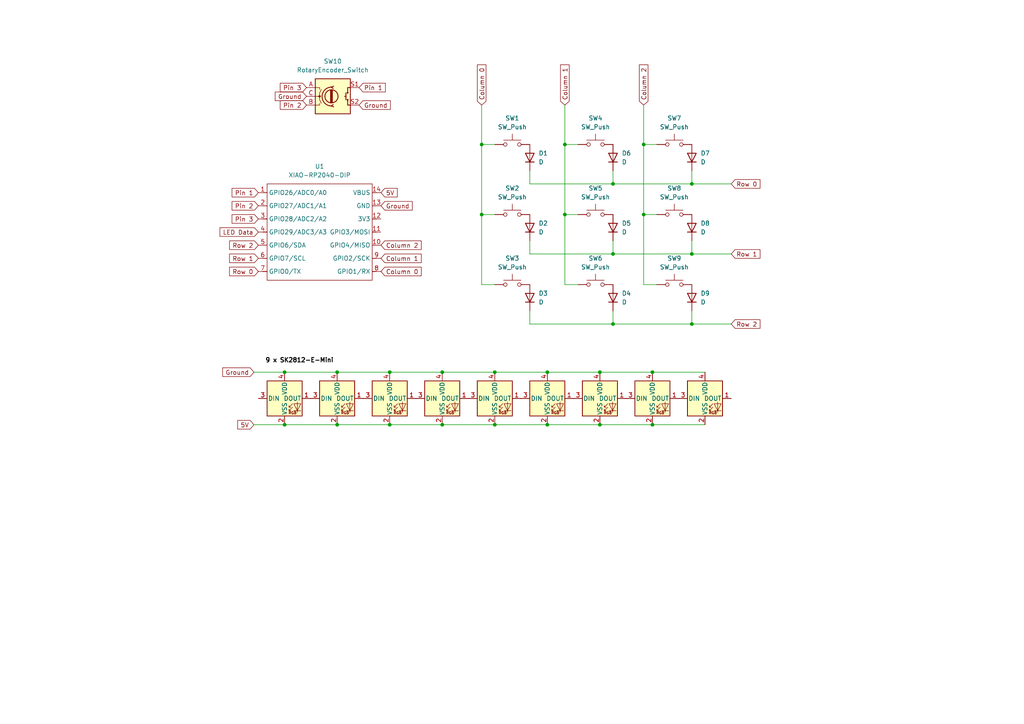
<source format=kicad_sch>
(kicad_sch (version 20231120) (generator "eeschema") (generator_version "8.0")
  (paper "A4")
  (title_block (title "Daniel's Hackpad") (date "2024-10-12"))
  (lib_symbols
    (symbol "Device:D" (pin_numbers hide) (pin_names (offset 1.016) hide)
      (property "Reference" "D" (at 0 2.54 0))
      (property "Value" "D" (at 0 -2.54 0))
      (symbol "D_0_1"
        (polyline (pts (xy -1.27 1.27) (xy -1.27 -1.27)) (stroke (width 0.254)))
        (polyline (pts (xy 1.27 0) (xy -1.27 0)))
        (polyline (pts (xy 1.27 1.27) (xy 1.27 -1.27) (xy -1.27 0) (xy 1.27 1.27)) (stroke (width 0.254)))
      )
      (symbol "D_1_1"
        (pin passive line (at -3.81 0 0) (length 2.54) (name "K") (number "1"))
        (pin passive line (at 3.81 0 180) (length 2.54) (name "A") (number "2"))
      )
    )
    (symbol "Device:RotaryEncoder_Switch" (pin_names (offset 0.254) hide)
      (property "Reference" "SW" (at 0 6.604 0))
      (property "Value" "RotaryEncoder_Switch" (at 0 -6.604 0))
      (symbol "RotaryEncoder_Switch_0_1"
        (rectangle (start -5.08 5.08) (end 5.08 -5.08) (stroke (width 0.254)) (fill (type background)))
        (circle (center -3.81 0) (radius 0.254) (fill (type outline)))
        (circle (center -0.381 0) (radius 1.905) (stroke (width 0.254)))
        (arc (start -0.381 2.667) (mid -3.0988 -0.0635) (end -0.381 -2.794) (stroke (width 0.254)))
        (polyline (pts (xy -0.635 -1.778) (xy -0.635 1.778)) (stroke (width 0.254)))
        (polyline (pts (xy -0.381 -1.778) (xy -0.381 1.778)) (stroke (width 0.254)))
        (polyline (pts (xy -0.127 1.778) (xy -0.127 -1.778)) (stroke (width 0.254)))
        (polyline (pts (xy 3.81 0) (xy 3.429 0)) (stroke (width 0.254)))
        (polyline (pts (xy 3.81 1.016) (xy 3.81 -1.016)) (stroke (width 0.254)))
        (polyline (pts (xy -5.08 -2.54) (xy -3.81 -2.54) (xy -3.81 -2.032)))
        (polyline (pts (xy -5.08 2.54) (xy -3.81 2.54) (xy -3.81 2.032)))
        (polyline (pts (xy 0.254 -3.048) (xy -0.508 -2.794) (xy 0.127 -2.413)) (stroke (width 0.254)))
        (polyline (pts (xy 0.254 2.921) (xy -0.508 2.667) (xy 0.127 2.286)) (stroke (width 0.254)))
        (polyline (pts (xy 5.08 -2.54) (xy 4.318 -2.54) (xy 4.318 -1.016)) (stroke (width 0.254)))
        (polyline (pts (xy 5.08 2.54) (xy 4.318 2.54) (xy 4.318 1.016)) (stroke (width 0.254)))
        (polyline (pts (xy -5.08 0) (xy -3.81 0) (xy -3.81 -1.016) (xy -3.302 -2.032)))
        (polyline (pts (xy -4.318 0) (xy -3.81 0) (xy -3.81 1.016) (xy -3.302 2.032)))
        (circle (center 4.318 -1.016) (radius 0.127) (stroke (width 0.254)))
        (circle (center 4.318 1.016) (radius 0.127) (stroke (width 0.254)))
      )
      (symbol "RotaryEncoder_Switch_1_1"
        (pin passive line (at -7.62 2.54 0) (length 2.54) (name "A") (number "A"))
        (pin passive line (at -7.62 -2.54 0) (length 2.54) (name "B") (number "B"))
        (pin passive line (at -7.62 0 0) (length 2.54) (name "C") (number "C"))
        (pin passive line (at 7.62 2.54 180) (length 2.54) (name "S1") (number "S1"))
        (pin passive line (at 7.62 -2.54 180) (length 2.54) (name "S2") (number "S2"))
      )
    )
    (symbol "LED:SK6812MINI" (pin_names (offset 0.254))
      (property "Reference" "D" (at 5.08 5.715 0))
      (property "Value" "SK6812MINI" (at 1.27 -5.715 0))
      (symbol "SK6812MINI_0_0"
        (text "RGB" (at 2.286 -4.191 0) (effects (font (size 0.762 0.762))))
      )
      (symbol "SK6812MINI_0_1"
        (polyline (pts (xy 1.27 -3.556) (xy 1.778 -3.556)))
        (polyline (pts (xy 1.27 -2.54) (xy 1.778 -2.54)))
        (polyline (pts (xy 4.699 -3.556) (xy 2.667 -3.556)))
        (polyline (pts (xy 2.286 -2.54) (xy 1.27 -3.556) (xy 1.27 -3.048)))
        (polyline (pts (xy 2.286 -1.524) (xy 1.27 -2.54) (xy 1.27 -2.032)))
        (polyline (pts (xy 3.683 -1.016) (xy 3.683 -3.556) (xy 3.683 -4.064)))
        (polyline (pts (xy 4.699 -1.524) (xy 2.667 -1.524) (xy 3.683 -3.556) (xy 4.699 -1.524)))
        (rectangle (start 5.08 5.08) (end -5.08 -5.08) (stroke (width 0.254)) (fill (type background)))
      )
      (symbol "SK6812MINI_1_1"
        (pin output line (at 7.62 0 180) (length 2.54) (name "DOUT") (number "1"))
        (pin power_in line (at 0 -7.62 90) (length 2.54) (name "VSS") (number "2"))
        (pin input line (at -7.62 0 0) (length 2.54) (name "DIN") (number "3"))
        (pin power_in line (at 0 7.62 270) (length 2.54) (name "VDD") (number "4"))
      )
    )
    (symbol "Seeed_Studio_XIAO_Series:XIAO-RP2040-DIP"
      (property "Reference" "U" (at 0 0 0))
      (property "Value" "XIAO-RP2040-DIP" (at 5.334 -1.778 0))
      (symbol "XIAO-RP2040-DIP_1_0"
        (polyline (pts (xy -1.27 -30.48) (xy -1.27 -16.51)) (stroke (width 0.1524)))
        (polyline (pts (xy -1.27 -27.94) (xy -2.54 -27.94)) (stroke (width 0.1524)))
        (polyline (pts (xy -1.27 -24.13) (xy -2.54 -24.13)) (stroke (width 0.1524)))
        (polyline (pts (xy -1.27 -20.32) (xy -2.54 -20.32)) (stroke (width 0.1524)))
        (polyline (pts (xy -1.27 -16.51) (xy -2.54 -16.51)) (stroke (width 0.1524)))
        (polyline (pts (xy -1.27 -16.51) (xy -1.27 -12.7)) (stroke (width 0.1524)))
        (polyline (pts (xy -1.27 -12.7) (xy -2.54 -12.7)) (stroke (width 0.1524)))
        (polyline (pts (xy -1.27 -12.7) (xy -1.27 -8.89)) (stroke (width 0.1524)))
        (polyline (pts (xy -1.27 -8.89) (xy -2.54 -8.89)) (stroke (width 0.1524)))
        (polyline (pts (xy -1.27 -8.89) (xy -1.27 -5.08)) (stroke (width 0.1524)))
        (polyline (pts (xy -1.27 -5.08) (xy -2.54 -5.08)) (stroke (width 0.1524)))
        (polyline (pts (xy -1.27 -5.08) (xy -1.27 -2.54)) (stroke (width 0.1524)))
        (polyline (pts (xy -1.27 -2.54) (xy 29.21 -2.54)) (stroke (width 0.1524)))
        (polyline (pts (xy 29.21 -30.48) (xy -1.27 -30.48)) (stroke (width 0.1524)))
        (polyline (pts (xy 29.21 -12.7) (xy 29.21 -30.48)) (stroke (width 0.1524)))
        (polyline (pts (xy 29.21 -8.89) (xy 29.21 -12.7)) (stroke (width 0.1524)))
        (polyline (pts (xy 29.21 -5.08) (xy 29.21 -8.89)) (stroke (width 0.1524)))
        (polyline (pts (xy 29.21 -2.54) (xy 29.21 -5.08)) (stroke (width 0.1524)))
        (polyline (pts (xy 30.48 -27.94) (xy 29.21 -27.94)) (stroke (width 0.1524)))
        (polyline (pts (xy 30.48 -24.13) (xy 29.21 -24.13)) (stroke (width 0.1524)))
        (polyline (pts (xy 30.48 -20.32) (xy 29.21 -20.32)) (stroke (width 0.1524)))
        (polyline (pts (xy 30.48 -16.51) (xy 29.21 -16.51)) (stroke (width 0.1524)))
        (polyline (pts (xy 30.48 -12.7) (xy 29.21 -12.7)) (stroke (width 0.1524)))
        (polyline (pts (xy 30.48 -8.89) (xy 29.21 -8.89)) (stroke (width 0.1524)))
        (polyline (pts (xy 30.48 -5.08) (xy 29.21 -5.08)) (stroke (width 0.1524)))
        (pin passive line (at -3.81 -5.08 0) (length 2.54) (name "GPIO26/ADC0/A0") (number "1"))
        (pin passive line (at 31.75 -20.32 180) (length 2.54) (name "GPIO4/MISO") (number "10"))
        (pin passive line (at 31.75 -16.51 180) (length 2.54) (name "GPIO3/MOSI") (number "11"))
        (pin passive line (at 31.75 -12.7 180) (length 2.54) (name "3V3") (number "12"))
        (pin passive line (at 31.75 -8.89 180) (length 2.54) (name "GND") (number "13"))
        (pin passive line (at 31.75 -5.08 180) (length 2.54) (name "VBUS") (number "14"))
        (pin passive line (at -3.81 -8.89 0) (length 2.54) (name "GPIO27/ADC1/A1") (number "2"))
        (pin passive line (at -3.81 -12.7 0) (length 2.54) (name "GPIO28/ADC2/A2") (number "3"))
        (pin passive line (at -3.81 -16.51 0) (length 2.54) (name "GPIO29/ADC3/A3") (number "4"))
        (pin passive line (at -3.81 -20.32 0) (length 2.54) (name "GPIO6/SDA") (number "5"))
        (pin passive line (at -3.81 -24.13 0) (length 2.54) (name "GPIO7/SCL") (number "6"))
        (pin passive line (at -3.81 -27.94 0) (length 2.54) (name "GPIO0/TX") (number "7"))
        (pin passive line (at 31.75 -27.94 180) (length 2.54) (name "GPIO1/RX") (number "8"))
        (pin passive line (at 31.75 -24.13 180) (length 2.54) (name "GPIO2/SCK") (number "9"))
      )
    )
    (symbol "Switch:SW_Push" (pin_numbers hide) (pin_names (offset 1.016) hide)
      (property "Reference" "SW" (at 1.27 2.54 0))
      (property "Value" "SW_Push" (at 0 -1.524 0))
      (symbol "SW_Push_0_1"
        (circle (center -2.032 0) (radius 0.508))
        (polyline (pts (xy 0 1.27) (xy 0 3.048)))
        (polyline (pts (xy 2.54 1.27) (xy -2.54 1.27)))
        (circle (center 2.032 0) (radius 0.508))
        (pin passive line (at -5.08 0 0) (length 2.54) (name "1") (number "1"))
        (pin passive line (at 5.08 0 180) (length 2.54) (name "2") (number "2"))
      )
    )
  )
  (junction (at 82.55 107.95))
  (junction (at 177.8 53.34))
  (junction (at 158.75 107.95))
  (junction (at 82.55 123.19))
  (junction (at 200.66 73.66))
  (junction (at 200.66 93.98))
  (junction (at 128.27 107.95))
  (junction (at 177.8 93.98))
  (junction (at 186.69 41.91))
  (junction (at 200.66 53.34))
  (junction (at 128.27 123.19))
  (junction (at 97.79 123.19))
  (junction (at 113.03 123.19))
  (junction (at 139.7 62.23))
  (junction (at 143.51 107.95))
  (junction (at 173.99 107.95))
  (junction (at 189.23 123.19))
  (junction (at 173.99 123.19))
  (junction (at 163.83 41.91))
  (junction (at 97.79 107.95))
  (junction (at 186.69 62.23))
  (junction (at 189.23 107.95))
  (junction (at 143.51 123.19))
  (junction (at 158.75 123.19))
  (junction (at 177.8 73.66))
  (junction (at 113.03 107.95))
  (junction (at 139.7 41.91))
  (junction (at 163.83 62.23))
  (wire (pts (xy 186.69 82.55) (xy 190.5 82.55)))
  (wire (pts (xy 200.66 93.98) (xy 200.66 90.17)))
  (wire (pts (xy 97.79 107.95) (xy 113.03 107.95)))
  (wire (pts (xy 113.03 107.95) (xy 128.27 107.95)))
  (wire (pts (xy 153.67 49.53) (xy 153.67 53.34)))
  (wire (pts (xy 128.27 123.19) (xy 143.51 123.19)))
  (wire (pts (xy 200.66 53.34) (xy 212.09 53.34)))
  (wire (pts (xy 73.66 107.95) (xy 82.55 107.95)))
  (wire (pts (xy 139.7 41.91) (xy 139.7 62.23)))
  (wire (pts (xy 189.23 107.95) (xy 204.47 107.95)))
  (wire (pts (xy 173.99 107.95) (xy 189.23 107.95)))
  (wire (pts (xy 163.83 30.48) (xy 163.83 41.91)))
  (wire (pts (xy 186.69 62.23) (xy 190.5 62.23)))
  (wire (pts (xy 153.67 73.66) (xy 177.8 73.66)))
  (wire (pts (xy 82.55 123.19) (xy 97.79 123.19)))
  (wire (pts (xy 139.7 62.23) (xy 139.7 82.55)))
  (wire (pts (xy 113.03 123.19) (xy 128.27 123.19)))
  (wire (pts (xy 97.79 123.19) (xy 113.03 123.19)))
  (wire (pts (xy 186.69 30.48) (xy 186.69 41.91)))
  (wire (pts (xy 163.83 82.55) (xy 167.64 82.55)))
  (wire (pts (xy 73.66 123.19) (xy 82.55 123.19)))
  (wire (pts (xy 82.55 107.95) (xy 97.79 107.95)))
  (wire (pts (xy 186.69 62.23) (xy 186.69 82.55)))
  (wire (pts (xy 158.75 123.19) (xy 173.99 123.19)))
  (wire (pts (xy 139.7 30.48) (xy 139.7 41.91)))
  (wire (pts (xy 177.8 93.98) (xy 200.66 93.98)))
  (wire (pts (xy 200.66 49.53) (xy 200.66 53.34)))
  (wire (pts (xy 163.83 62.23) (xy 167.64 62.23)))
  (wire (pts (xy 153.67 90.17) (xy 153.67 93.98)))
  (wire (pts (xy 139.7 82.55) (xy 143.51 82.55)))
  (wire (pts (xy 177.8 69.85) (xy 177.8 73.66)))
  (wire (pts (xy 158.75 107.95) (xy 173.99 107.95)))
  (wire (pts (xy 163.83 41.91) (xy 163.83 62.23)))
  (wire (pts (xy 139.7 41.91) (xy 143.51 41.91)))
  (wire (pts (xy 143.51 107.95) (xy 158.75 107.95)))
  (wire (pts (xy 153.67 53.34) (xy 177.8 53.34)))
  (wire (pts (xy 143.51 123.19) (xy 158.75 123.19)))
  (wire (pts (xy 200.66 73.66) (xy 200.66 69.85)))
  (wire (pts (xy 200.66 93.98) (xy 212.09 93.98)))
  (wire (pts (xy 177.8 53.34) (xy 200.66 53.34)))
  (wire (pts (xy 163.83 41.91) (xy 167.64 41.91)))
  (wire (pts (xy 186.69 41.91) (xy 186.69 62.23)))
  (wire (pts (xy 153.67 69.85) (xy 153.67 73.66)))
  (wire (pts (xy 177.8 73.66) (xy 200.66 73.66)))
  (wire (pts (xy 139.7 62.23) (xy 143.51 62.23)))
  (wire (pts (xy 163.83 62.23) (xy 163.83 82.55)))
  (wire (pts (xy 200.66 73.66) (xy 212.09 73.66)))
  (wire (pts (xy 189.23 123.19) (xy 204.47 123.19)))
  (wire (pts (xy 128.27 107.95) (xy 143.51 107.95)))
  (wire (pts (xy 177.8 90.17) (xy 177.8 93.98)))
  (wire (pts (xy 173.99 123.19) (xy 189.23 123.19)))
  (wire (pts (xy 186.69 41.91) (xy 190.5 41.91)))
  (wire (pts (xy 153.67 93.98) (xy 177.8 93.98)))
  (wire (pts (xy 177.8 53.34) (xy 177.8 49.53)))
  (text "9 x SK2812-E-Mini" (at 86.868 104.648 0) (effects (font (size 1.27 1.27) (thickness 0.254) (bold yes))))
  (global_label "Ground" (shape input) (at 104.14 30.48 0) (property "Intersheetrefs" "${INTERSHEET_REFS}" (effects (hide yes))))
  (global_label "Pin 3" (shape input) (at 88.9 25.4 180) (property "Intersheetrefs" "${INTERSHEET_REFS}" (effects (hide yes))))
  (global_label "Pin 2" (shape input) (at 74.93 59.69 180) (property "Intersheetrefs" "${INTERSHEET_REFS}" (effects (hide yes))))
  (global_label "Row 1" (shape input) (at 74.93 74.93 180) (property "Intersheetrefs" "${INTERSHEET_REFS}" (effects (hide yes))))
  (global_label "Pin 1" (shape input) (at 74.93 55.88 180) (property "Intersheetrefs" "${INTERSHEET_REFS}" (effects (hide yes))))
  (global_label "Ground" (shape input) (at 88.9 27.94 180) (property "Intersheetrefs" "${INTERSHEET_REFS}" (effects (hide yes))))
  (global_label "LED Data" (shape input) (at 74.93 67.31 180) (property "Intersheetrefs" "${INTERSHEET_REFS}" (effects (hide yes))))
  (global_label "Pin 3" (shape input) (at 74.93 63.5 180) (property "Intersheetrefs" "${INTERSHEET_REFS}" (effects (hide yes))))
  (global_label "Column 1" (shape input) (at 163.83 30.48 90) (property "Intersheetrefs" "${INTERSHEET_REFS}" (effects (hide yes))))
  (global_label "Row 0" (shape input) (at 74.93 78.74 180) (property "Intersheetrefs" "${INTERSHEET_REFS}" (effects (hide yes))))
  (global_label "Column 0" (shape input) (at 139.7 30.48 90) (property "Intersheetrefs" "${INTERSHEET_REFS}" (effects (hide yes))))
  (global_label "Column 2" (shape input) (at 186.69 30.48 90) (property "Intersheetrefs" "${INTERSHEET_REFS}" (effects (hide yes))))
  (global_label "5V" (shape input) (at 73.66 123.19 180) (property "Intersheetrefs" "${INTERSHEET_REFS}" (effects (hide yes))))
  (global_label "Row 2" (shape input) (at 212.09 93.98 0) (property "Intersheetrefs" "${INTERSHEET_REFS}" (effects (hide yes))))
  (global_label "Pin 1" (shape input) (at 104.14 25.4 0) (property "Intersheetrefs" "${INTERSHEET_REFS}" (effects (hide yes))))
  (global_label "Column 2" (shape input) (at 110.49 71.12 0) (property "Intersheetrefs" "${INTERSHEET_REFS}" (effects (hide yes))))
  (global_label "Row 0" (shape input) (at 212.09 53.34 0) (property "Intersheetrefs" "${INTERSHEET_REFS}" (effects (hide yes))))
  (global_label "Column 1" (shape input) (at 110.49 74.93 0) (property "Intersheetrefs" "${INTERSHEET_REFS}" (effects (hide yes))))
  (global_label "Pin 2" (shape input) (at 88.9 30.48 180) (property "Intersheetrefs" "${INTERSHEET_REFS}" (effects (hide yes))))
  (global_label "Ground" (shape input) (at 110.49 59.69 0) (property "Intersheetrefs" "${INTERSHEET_REFS}" (effects (hide yes))))
  (global_label "Column 0" (shape input) (at 110.49 78.74 0) (property "Intersheetrefs" "${INTERSHEET_REFS}" (effects (hide yes))))
  (global_label "Row 2" (shape input) (at 74.93 71.12 180) (property "Intersheetrefs" "${INTERSHEET_REFS}" (effects (hide yes))))
  (global_label "Ground" (shape input) (at 73.66 107.95 180) (property "Intersheetrefs" "${INTERSHEET_REFS}" (effects (hide yes))))
  (global_label "Row 1" (shape input) (at 212.09 73.66 0) (property "Intersheetrefs" "${INTERSHEET_REFS}" (effects (hide yes))))
  (global_label "5V" (shape input) (at 110.49 55.88 0) (property "Intersheetrefs" "${INTERSHEET_REFS}" (effects (hide yes))))
  (symbol (lib_id "Device:D") (at 153.67 45.72 90) (unit 1)
    (property "Reference" "D1" (at 156.21 44.4499 90) (effects (justify right)))
    (property "Value" "D" (at 156.21 46.9899 90) (effects (justify right)))
    (property "Footprint" "Diode_THT:D_DO-35_SOD27_P7.62mm_Horizontal" (effects (hide yes)))
    (property "Description" "Diode" (effects (hide yes)))
    (property "Sim.Device" "D" (effects (hide yes)))
    (property "Sim.Pins" "1=K 2=A" (effects (hide yes)))
  )
  (symbol (lib_id "Device:D") (at 153.67 86.36 90) (unit 1)
    (property "Reference" "D3" (at 156.21 85.0899 90) (effects (justify right)))
    (property "Value" "D" (at 156.21 87.6299 90) (effects (justify right)))
    (property "Footprint" "Diode_THT:D_DO-35_SOD27_P7.62mm_Horizontal" (effects (hide yes)))
    (property "Description" "Diode" (effects (hide yes)))
    (property "Sim.Device" "D" (effects (hide yes)))
    (property "Sim.Pins" "1=K 2=A" (effects (hide yes)))
  )
  (symbol (lib_id "LED:SK6812MINI") (at 82.55 115.57 0) (unit 1)
    (property "Reference" "D19" (effects (hide yes)))
    (property "Value" "SK6812MINI" (effects (hide yes)))
    (property "Footprint" "HackpadLibrary:SK6812MINI-E" (effects (hide yes)))
    (property "Datasheet" "https://cdn-shop.adafruit.com/product-files/2686/SK6812MINI_REV.01-1-2.pdf" (effects (hide yes)))
    (property "Description" "RGB LED with integrated controller" (effects (hide yes)))
  )
  (symbol (lib_id "Switch:SW_Push") (at 172.72 41.91 0) (unit 1)
    (property "Reference" "SW4" (at 172.72 34.29 0))
    (property "Value" "SW_Push" (at 172.72 36.83 0))
    (property "Footprint" "Button_Switch_Keyboard:SW_Cherry_MX_1.00u_PCB" (effects (hide yes)))
    (property "Description" "Push button switch, generic, two pins" (effects (hide yes)))
  )
  (symbol (lib_id "LED:SK6812MINI") (at 173.99 115.57 0) (unit 1)
    (property "Reference" "D15" (effects (hide yes)))
    (property "Value" "SK6812MINI" (effects (hide yes)))
    (property "Footprint" "HackpadLibrary:SK6812MINI-E" (effects (hide yes)))
    (property "Datasheet" "https://cdn-shop.adafruit.com/product-files/2686/SK6812MINI_REV.01-1-2.pdf" (effects (hide yes)))
    (property "Description" "RGB LED with integrated controller" (effects (hide yes)))
  )
  (symbol (lib_id "LED:SK6812MINI") (at 143.51 115.57 0) (unit 1)
    (property "Reference" "D13" (effects (hide yes)))
    (property "Value" "SK6812MINI" (effects (hide yes)))
    (property "Footprint" "HackpadLibrary:SK6812MINI-E" (effects (hide yes)))
    (property "Datasheet" "https://cdn-shop.adafruit.com/product-files/2686/SK6812MINI_REV.01-1-2.pdf" (effects (hide yes)))
    (property "Description" "RGB LED with integrated controller" (effects (hide yes)))
  )
  (symbol (lib_id "LED:SK6812MINI") (at 128.27 115.57 0) (unit 1)
    (property "Reference" "D12" (effects (hide yes)))
    (property "Value" "SK6812MINI" (effects (hide yes)))
    (property "Footprint" "HackpadLibrary:SK6812MINI-E" (effects (hide yes)))
    (property "Datasheet" "https://cdn-shop.adafruit.com/product-files/2686/SK6812MINI_REV.01-1-2.pdf" (effects (hide yes)))
    (property "Description" "RGB LED with integrated controller" (effects (hide yes)))
  )
  (symbol (lib_id "Device:D") (at 177.8 45.72 90) (unit 1)
    (property "Reference" "D6" (at 180.34 44.4499 90) (effects (justify right)))
    (property "Value" "D" (at 180.34 46.9899 90) (effects (justify right)))
    (property "Footprint" "Diode_THT:D_DO-35_SOD27_P7.62mm_Horizontal" (effects (hide yes)))
    (property "Description" "Diode" (effects (hide yes)))
    (property "Sim.Device" "D" (effects (hide yes)))
    (property "Sim.Pins" "1=K 2=A" (effects (hide yes)))
  )
  (symbol (lib_id "Device:D") (at 177.8 86.36 90) (unit 1)
    (property "Reference" "D4" (at 180.34 85.0899 90) (effects (justify right)))
    (property "Value" "D" (at 180.34 87.6299 90) (effects (justify right)))
    (property "Footprint" "Diode_THT:D_DO-35_SOD27_P7.62mm_Horizontal" (effects (hide yes)))
    (property "Description" "Diode" (effects (hide yes)))
    (property "Sim.Device" "D" (effects (hide yes)))
    (property "Sim.Pins" "1=K 2=A" (effects (hide yes)))
  )
  (symbol (lib_id "LED:SK6812MINI") (at 189.23 115.57 0) (unit 1)
    (property "Reference" "D16" (effects (hide yes)))
    (property "Value" "SK6812MINI" (effects (hide yes)))
    (property "Footprint" "HackpadLibrary:SK6812MINI-E" (effects (hide yes)))
    (property "Datasheet" "https://cdn-shop.adafruit.com/product-files/2686/SK6812MINI_REV.01-1-2.pdf" (effects (hide yes)))
    (property "Description" "RGB LED with integrated controller" (effects (hide yes)))
  )
  (symbol (lib_id "Switch:SW_Push") (at 195.58 82.55 0) (unit 1)
    (property "Reference" "SW9" (at 195.58 74.93 0))
    (property "Value" "SW_Push" (at 195.58 77.47 0))
    (property "Footprint" "Button_Switch_Keyboard:SW_Cherry_MX_1.00u_PCB" (effects (hide yes)))
    (property "Description" "Push button switch, generic, two pins" (effects (hide yes)))
  )
  (symbol (lib_id "Switch:SW_Push") (at 148.59 82.55 0) (unit 1)
    (property "Reference" "SW3" (at 148.59 74.93 0))
    (property "Value" "SW_Push" (at 148.59 77.47 0))
    (property "Footprint" "Button_Switch_Keyboard:SW_Cherry_MX_1.00u_PCB" (effects (hide yes)))
    (property "Description" "Push button switch, generic, two pins" (effects (hide yes)))
  )
  (symbol (lib_id "LED:SK6812MINI") (at 97.79 115.57 0) (unit 1)
    (property "Reference" "D10" (effects (hide yes)))
    (property "Value" "SK6812MINI" (effects (hide yes)))
    (property "Footprint" "HackpadLibrary:SK6812MINI-E" (effects (hide yes)))
    (property "Datasheet" "https://cdn-shop.adafruit.com/product-files/2686/SK6812MINI_REV.01-1-2.pdf" (effects (hide yes)))
    (property "Description" "RGB LED with integrated controller" (effects (hide yes)))
  )
  (symbol (lib_id "Switch:SW_Push") (at 172.72 82.55 0) (unit 1)
    (property "Reference" "SW6" (at 172.72 74.93 0))
    (property "Value" "SW_Push" (at 172.72 77.47 0))
    (property "Footprint" "Button_Switch_Keyboard:SW_Cherry_MX_1.00u_PCB" (effects (hide yes)))
    (property "Description" "Push button switch, generic, two pins" (effects (hide yes)))
  )
  (symbol (lib_id "LED:SK6812MINI") (at 204.47 115.57 0) (unit 1)
    (property "Reference" "D17" (effects (hide yes)))
    (property "Value" "SK6812MINI" (effects (hide yes)))
    (property "Footprint" "HackpadLibrary:SK6812MINI-E" (effects (hide yes)))
    (property "Datasheet" "https://cdn-shop.adafruit.com/product-files/2686/SK6812MINI_REV.01-1-2.pdf" (effects (hide yes)))
    (property "Description" "RGB LED with integrated controller" (effects (hide yes)))
  )
  (symbol (lib_id "Seeed_Studio_XIAO_Series:XIAO-RP2040-DIP") (at 78.74 50.8 0) (unit 1)
    (property "Reference" "U1" (at 92.71 48.26 0))
    (property "Value" "XIAO-RP2040-DIP" (at 92.71 50.8 0))
    (property "Footprint" "Seeed Studio XIAO Series Library:XIAO-RP2040-DIP" (effects (hide yes)))
  )
  (symbol (lib_id "Device:D") (at 200.66 86.36 90) (unit 1)
    (property "Reference" "D9" (at 203.2 85.0899 90) (effects (justify right)))
    (property "Value" "D" (at 203.2 87.6299 90) (effects (justify right)))
    (property "Footprint" "Diode_THT:D_DO-35_SOD27_P7.62mm_Horizontal" (effects (hide yes)))
    (property "Description" "Diode" (effects (hide yes)))
    (property "Sim.Device" "D" (effects (hide yes)))
    (property "Sim.Pins" "1=K 2=A" (effects (hide yes)))
  )
  (symbol (lib_id "Device:D") (at 153.67 66.04 90) (unit 1)
    (property "Reference" "D2" (at 156.21 64.7699 90) (effects (justify right)))
    (property "Value" "D" (at 156.21 67.3099 90) (effects (justify right)))
    (property "Footprint" "Diode_THT:D_DO-35_SOD27_P7.62mm_Horizontal" (effects (hide yes)))
    (property "Description" "Diode" (effects (hide yes)))
    (property "Sim.Device" "D" (effects (hide yes)))
    (property "Sim.Pins" "1=K 2=A" (effects (hide yes)))
  )
  (symbol (lib_id "Device:D") (at 177.8 66.04 90) (unit 1)
    (property "Reference" "D5" (at 180.34 64.7699 90) (effects (justify right)))
    (property "Value" "D" (at 180.34 67.3099 90) (effects (justify right)))
    (property "Footprint" "Diode_THT:D_DO-35_SOD27_P7.62mm_Horizontal" (effects (hide yes)))
    (property "Description" "Diode" (effects (hide yes)))
    (property "Sim.Device" "D" (effects (hide yes)))
    (property "Sim.Pins" "1=K 2=A" (effects (hide yes)))
  )
  (symbol (lib_id "LED:SK6812MINI") (at 158.75 115.57 0) (unit 1)
    (property "Reference" "D14" (effects (hide yes)))
    (property "Value" "SK6812MINI" (effects (hide yes)))
    (property "Footprint" "HackpadLibrary:SK6812MINI-E" (effects (hide yes)))
    (property "Datasheet" "https://cdn-shop.adafruit.com/product-files/2686/SK6812MINI_REV.01-1-2.pdf" (effects (hide yes)))
    (property "Description" "RGB LED with integrated controller" (effects (hide yes)))
  )
  (symbol (lib_id "Device:RotaryEncoder_Switch") (at 96.52 27.94 0) (unit 1)
    (property "Reference" "SW10" (at 96.52 17.78 0))
    (property "Value" "RotaryEncoder_Switch" (at 96.52 20.32 0))
    (property "Footprint" "Rotary_Encoder:RotaryEncoder_Alps_EC11E-Switch_Vertical_H20mm_CircularMountingHoles" (effects (hide yes)))
    (property "Description" "Rotary encoder, dual channel, incremental quadrate outputs, with switch" (effects (hide yes)))
  )
  (symbol (lib_id "Device:D") (at 200.66 45.72 90) (unit 1)
    (property "Reference" "D7" (at 203.2 44.4499 90) (effects (justify right)))
    (property "Value" "D" (at 203.2 46.9899 90) (effects (justify right)))
    (property "Footprint" "Diode_THT:D_DO-35_SOD27_P7.62mm_Horizontal" (effects (hide yes)))
    (property "Description" "Diode" (effects (hide yes)))
    (property "Sim.Device" "D" (effects (hide yes)))
    (property "Sim.Pins" "1=K 2=A" (effects (hide yes)))
  )
  (symbol (lib_id "Device:D") (at 200.66 66.04 90) (unit 1)
    (property "Reference" "D8" (at 203.2 64.7699 90) (effects (justify right)))
    (property "Value" "D" (at 203.2 67.3099 90) (effects (justify right)))
    (property "Footprint" "Diode_THT:D_DO-35_SOD27_P7.62mm_Horizontal" (effects (hide yes)))
    (property "Description" "Diode" (effects (hide yes)))
    (property "Sim.Device" "D" (effects (hide yes)))
    (property "Sim.Pins" "1=K 2=A" (effects (hide yes)))
  )
  (symbol (lib_id "Switch:SW_Push") (at 172.72 62.23 0) (unit 1)
    (property "Reference" "SW5" (at 172.72 54.61 0))
    (property "Value" "SW_Push" (at 172.72 57.15 0))
    (property "Footprint" "Button_Switch_Keyboard:SW_Cherry_MX_1.00u_PCB" (effects (hide yes)))
    (property "Description" "Push button switch, generic, two pins" (effects (hide yes)))
  )
  (symbol (lib_id "Switch:SW_Push") (at 195.58 62.23 0) (unit 1)
    (property "Reference" "SW8" (at 195.58 54.61 0))
    (property "Value" "SW_Push" (at 195.58 57.15 0))
    (property "Footprint" "Button_Switch_Keyboard:SW_Cherry_MX_1.00u_PCB" (effects (hide yes)))
    (property "Description" "Push button switch, generic, two pins" (effects (hide yes)))
  )
  (symbol (lib_id "Switch:SW_Push") (at 148.59 41.91 0) (unit 1)
    (property "Reference" "SW1" (at 148.59 34.29 0))
    (property "Value" "SW_Push" (at 148.59 36.83 0))
    (property "Footprint" "Button_Switch_Keyboard:SW_Cherry_MX_1.00u_PCB" (effects (hide yes)))
    (property "Description" "Push button switch, generic, two pins" (effects (hide yes)))
  )
  (symbol (lib_id "Switch:SW_Push") (at 195.58 41.91 0) (unit 1)
    (property "Reference" "SW7" (at 195.58 34.29 0))
    (property "Value" "SW_Push" (at 195.58 36.83 0))
    (property "Footprint" "Button_Switch_Keyboard:SW_Cherry_MX_1.00u_PCB" (effects (hide yes)))
    (property "Description" "Push button switch, generic, two pins" (effects (hide yes)))
  )
  (symbol (lib_id "LED:SK6812MINI") (at 113.03 115.57 0) (unit 1)
    (property "Reference" "D11" (effects (hide yes)))
    (property "Value" "SK6812MINI" (effects (hide yes)))
    (property "Footprint" "HackpadLibrary:SK6812MINI-E" (effects (hide yes)))
    (property "Datasheet" "https://cdn-shop.adafruit.com/product-files/2686/SK6812MINI_REV.01-1-2.pdf" (effects (hide yes)))
    (property "Description" "RGB LED with integrated controller" (effects (hide yes)))
  )
  (symbol (lib_id "Switch:SW_Push") (at 148.59 62.23 0) (unit 1)
    (property "Reference" "SW2" (at 148.59 54.61 0))
    (property "Value" "SW_Push" (at 148.59 57.15 0))
    (property "Footprint" "Button_Switch_Keyboard:SW_Cherry_MX_1.00u_PCB" (effects (hide yes)))
    (property "Description" "Push button switch, generic, two pins" (effects (hide yes)))
  )
)
</source>
